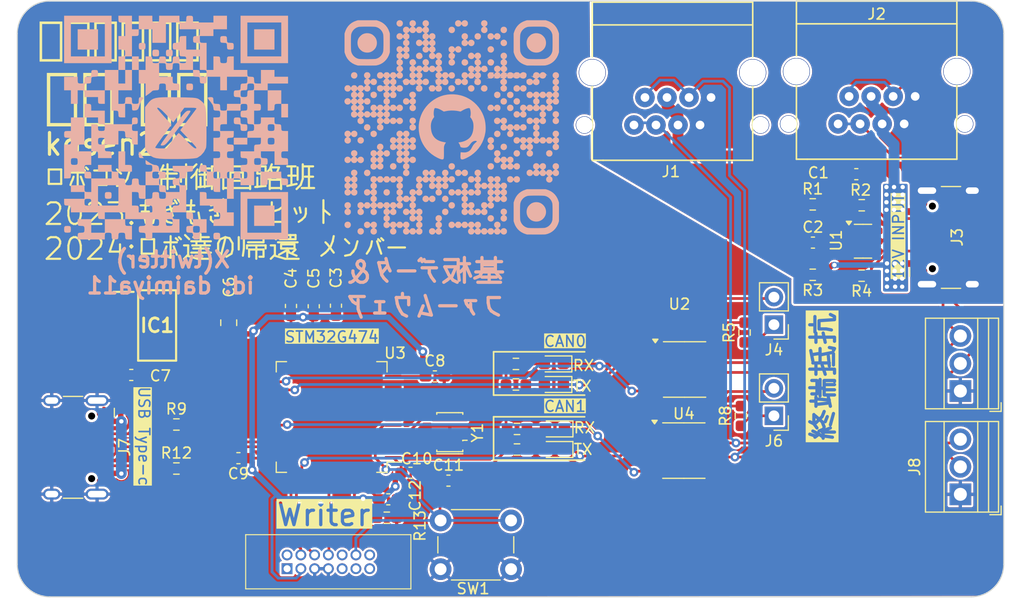
<source format=kicad_pcb>
(kicad_pcb (version 20240108) (generator "pcbnew") (generator_version "8.0")
  (layers (0 "F.Cu" signal) (31 "B.Cu" signal) (34 "B.Paste" user) (35 "F.Paste" user) (36 "B.SilkS" user "B.Silkscreen") (37 "F.SilkS" user "F.Silkscreen") (38 "B.Mask" user) (39 "F.Mask" user) (44 "Edge.Cuts" user))
  (net 0 "")
  (net 1 "NRST")
  (net 2 "GND")
  (net 3 "/MCU/USB_DP")
  (net 4 "+3.3V")
  (net 5 "/MCU/USB_DM")
  (net 6 "T_SWDIO")
  (net 7 "T_SWCLK")
  (net 8 "T_SWO")
  (net 9 "/CANFD/CANTX")
  (net 10 "+5V")
  (net 11 "/CANFD/CANRX")
  (net 12 "/CANFD1/CANTX")
  (net 13 "/CANFD1/CANRX")
  (net 14 "USART2_TX")
  (net 15 "GNDDETECT")
  (net 16 "USART2_RX")
  (net 17 "Net-(U1-VDD)")
  (net 20 "Net-(J3-CC2)")
  (net 24 "Net-(J3-CC1)")
  (net 26 "Net-(J4-Pin_1)")
  (net 29 "Net-(J7-CC1)")
  (net 30 "Net-(J7-CC2)")
  (net 35 "Net-(U1-CFG)")
  (net 36 "Net-(U3-PB8)")
  (net 42 "Net-(U3-PF1)")
  (net 63 "Net-(J6-Pin_1)")
  (net 64 "/CANFD/CANL")
  (net 65 "/CANFD/CANH")
  (net 66 "/CANFD1/CANL")
  (net 67 "/CANFD1/CANH")
  (net 68 "Net-(D1-A)")
  (net 69 "Net-(D2-A)")
  (net 70 "Net-(D3-A)")
  (net 71 "Net-(D4-A)")
  (net 72 "+12V")
  (net 77 "Net-(U3-PF0)")
  (net 85 "GND2")
  (footprint "Package_TO_SOT_SMD:SOT-23-6" (layer "F.Cu") (at 170.0175 84.17)
    (property "Reference" "U1")
    (property "Value" "CH221K")
  )
  (footprint "Capacitor_SMD:C_0805_2012Metric_Pad1.18x1.45mm_HandSolder" (layer "F.Cu") (at 111.506 91.694 90)
    (property "Reference" "C6")
    (property "Value" "10µF")
  )
  (footprint "Resistor_SMD:R_0603_1608Metric_Pad0.98x0.95mm_HandSolder" (layer "F.Cu") (at 106.68 101.092)
    (property "Reference" "R9")
    (property "Value" "5.1k")
  )
  (footprint "Capacitor_SMD:C_0603_1608Metric_Pad1.08x0.95mm_HandSolder" (layer "F.Cu") (at 102.5155 96.52)
    (property "Reference" "C7")
    (property "Value" "0.1μF")
  )
  (footprint "Resistor_SMD:R_0603_1608Metric_Pad0.98x0.95mm_HandSolder" (layer "F.Cu") (at 169.8875 87.35 180)
    (property "Reference" "R4")
    (property "Value" "5.1kΩ")
  )
  (footprint "LED_SMD:LED_0603_1608Metric_Pad1.05x0.95mm_HandSolder" (layer "F.Cu") (at 141.6 101.5 180)
    (property "Reference" "D3" (hide yes))
    (property "Value" "LED")
  )
  (footprint "Package_QFP:LQFP-64_10x10mm_P0.5mm" (layer "F.Cu") (at 121 100.4 180)
    (property "Reference" "U3")
    (property "Value" "STM32G474")
  )
  (footprint "Capacitor_SMD:C_0603_1608Metric_Pad1.08x0.95mm_HandSolder" (layer "F.Cu") (at 112.4 104.2 180)
    (property "Reference" "C9")
    (property "Value" "C")
  )
  (footprint "Connector_PinHeader_2.54mm:PinHeader_1x02_P2.54mm_Vertical" (layer "F.Cu") (at 161.8 91.875 180)
    (property "Reference" "J4")
    (property "Value" "Conn_01x02_Pin")
  )
  (footprint "LED_SMD:LED_0603_1608Metric_Pad1.05x0.95mm_HandSolder" (layer "F.Cu") (at 141.6 103.4 180)
    (property "Reference" "D4" (hide yes))
    (property "Value" "LED")
  )
  (footprint "Capacitor_SMD:C_0603_1608Metric_Pad1.08x0.95mm_HandSolder" (layer "F.Cu") (at 126.225 108)
    (property "Reference" "C12")
    (property "Value" "C")
  )
  (footprint "Capacitor_SMD:C_0603_1608Metric_Pad1.08x0.95mm_HandSolder" (layer "F.Cu") (at 117.25 90.15 90)
    (property "Reference" "C4")
    (property "Value" "C")
  )
  (footprint "Package_SO:SOIC-8_3.9x4.9mm_P1.27mm" (layer "F.Cu") (at 153.559 96.012)
    (property "Reference" "U2")
    (property "Value" "MCP2562-E-SN")
  )
  (footprint "Resistor_SMD:R_0603_1608Metric_Pad0.98x0.95mm_HandSolder" (layer "F.Cu") (at 169.9 80.85 180)
    (property "Reference" "R2")
    (property "Value" "5.1kΩ")
  )
  (footprint "Connector_USB:USB_C_Receptacle_HCTL_HC-TYPE-C-16P-01A" (layer "F.Cu") (at 96.255 103.2 -90)
    (property "Reference" "J7")
    (property "Value" "USB_C_Receptacle_USB2.0")
  )
  (footprint "Button_Switch_THT:SW_PUSH_6mm_H5mm" (layer "F.Cu") (at 137.55 114.45 180)
    (property "Reference" "SW1")
    (property "Value" "SW_Push")
  )
  (footprint "Resistor_SMD:R_0603_1608Metric_Pad0.98x0.95mm_HandSolder" (layer "F.Cu") (at 165.38 80.77)
    (property "Reference" "R1")
    (property "Value" "47kΩ")
  )
  (footprint "Connector_USB:USB_C_Receptacle_HCTL_HC-TYPE-C-16P-01A" (layer "F.Cu") (at 179.025 83.82 90)
    (property "Reference" "J3")
    (property "Value" "USB_C_Receptacle_USB2.0")
  )
  (footprint "Capacitor_SMD:C_0603_1608Metric_Pad1.08x0.95mm_HandSolder" (layer "F.Cu") (at 128.275 105.55)
    (property "Reference" "C10")
    (property "Value" "C")
  )
  (footprint "Resistor_SMD:R_0603_1608Metric_Pad0.98x0.95mm_HandSolder" (layer "F.Cu") (at 165.38 87.27 180)
    (property "Reference" "R3")
    (property "Value" "1kΩ")
  )
  (footprint "Capacitor_SMD:C_0603_1608Metric_Pad1.08x0.95mm_HandSolder" (layer "F.Cu") (at 169.4 77.98 180)
    (property "Reference" "C1")
    (property "Value" "0.1μF")
  )
  (footprint "Capacitor_SMD:C_0603_1608Metric_Pad1.08x0.95mm_HandSolder" (layer "F.Cu") (at 130.525 96.65)
    (property "Reference" "C8")
    (property "Value" "C")
  )
  (footprint "Resistor_SMD:R_0603_1608Metric_Pad0.98x0.95mm_HandSolder" (layer "F.Cu") (at 126.0875 109.7)
    (property "Reference" "R13")
    (property "Value" "10k")
  )
  (footprint "footprint:7810-8P8C" (layer "F.Cu") (at 152.444 70.9 180)
    (property "Reference" "J1")
    (property "Value" "RJ45")
  )
  (footprint "LED_SMD:LED_0603_1608Metric_Pad1.05x0.95mm_HandSolder" (layer "F.Cu") (at 141.5 95.5 180)
    (property "Reference" "D1" (hide yes))
    (property "Value" "LED")
  )
  (footprint "Capacitor_SMD:C_0603_1608Metric_Pad1.08x0.95mm_HandSolder" (layer "F.Cu") (at 131.775 106.275)
    (property "Reference" "C11")
    (property "Value" "C")
  )
  (footprint "footprint:7810-8P8C" (layer "F.Cu") (at 171.276 70.8 180)
    (property "Reference" "J2")
    (property "Value" "RJ45")
  )
  (footprint "Connector_PinHeader_2.54mm:PinHeader_1x02_P2.54mm_Vertical" (layer "F.Cu") (at 161.8 100.29 180)
    (property "Reference" "J6")
    (property "Value" "Conn_01x02_Pin")
  )
  (footprint "TerminalBlock:TerminalBlock_Xinya_XY308-2.54-3P_1x03_P2.54mm_Horizontal" (layer "F.Cu") (at 179 98 90)
    (property "Reference" "J5" (hide yes))
    (property "Value" "Screw_Terminal_01x03")
  )
  (footprint "Resistor_SMD:R_0603_1608Metric_Pad0.98x0.95mm_HandSolder" (layer "F.Cu") (at 138.1 101.5)
    (property "Reference" "R10" (hide yes))
    (property "Value" "1k")
  )
  (footprint "Crystal:Resonator_SMD_Murata_CSTxExxV-3Pin_3.0x1.1mm_HandSoldering" (layer "F.Cu") (at 131.9 101.8 90)
    (property "Reference" "Y1")
    (property "Value" "Crystal_GND2")
  )
  (footprint "LED_SMD:LED_0603_1608Metric_Pad1.05x0.95mm_HandSolder" (layer "F.Cu") (at 141.5 97.4 180)
    (property "Reference" "D2" (hide yes))
    (property "Value" "LED")
  )
  (footprint "Resistor_SMD:R_0603_1608Metric_Pad0.98x0.95mm_HandSolder" (layer "F.Cu") (at 138 97.4)
    (property "Reference" "R7" (hide yes))
    (property "Value" "1k")
  )
  (footprint "footprint:connector" (layer "F.Cu") (at 120.69 113.765)
    (property "Reference" "J9" (hide yes))
    (property "Value" "Conn_02x07_Odd_Even")
  )
  (footprint "Resistor_SMD:R_0603_1608Metric_Pad0.98x0.95mm_HandSolder" (layer "F.Cu") (at 138 95.5)
    (property "Reference" "R6" (hide yes))
    (property "Value" "1k")
  )
  (footprint "Capacitor_SMD:C_0603_1608Metric_Pad1.08x0.95mm_HandSolder" (layer "F.Cu") (at 165.4 84.3)
    (property "Reference" "C2")
    (property "Value" "1μF")
  )
  (footprint "Resistor_SMD:R_0603_1608Metric_Pad0.98x0.95mm_HandSolder" (layer "F.Cu") (at 106.68 105.156)
    (property "Reference" "R12")
    (property "Value" "5.1k")
  )
  (footprint "Capacitor_SMD:C_0603_1608Metric_Pad1.08x0.95mm_HandSolder" (layer "F.Cu") (at 121.4 90.125 90)
    (property "Reference" "C3")
    (property "Value" "C")
  )
  (footprint "TerminalBlock:TerminalBlock_Xinya_XY308-2.54-3P_1x03_P2.54mm_Horizontal" (layer "F.Cu") (at 179 107.54 90)
    (property "Reference" "J8")
    (property "Value" "Screw_Terminal_01x03")
  )
  (footprint "Package_SO:SOIC-8_3.9x4.9mm_P1.27mm" (layer "F.Cu") (at 153.49 103.5)
    (property "Reference" "U4")
    (property "Value" "MCP2562-E-SN")
  )
  (footprint "footprint:SOT230P700X180-4N" (layer "F.Cu") (at 104.902 91.948)
    (property "Reference" "IC1")
    (property "Value" "AZ1117CH-3.3TRG1" (hide yes))
  )
  (footprint "Resistor_SMD:R_0603_1608Metric_Pad0.98x0.95mm_HandSolder" (layer "F.Cu") (at 159.09 92.6 90)
    (property "Reference" "R5")
    (property "Value" "120Ω")
  )
  (footprint "Resistor_SMD:R_0603_1608Metric_Pad0.98x0.95mm_HandSolder" (layer "F.Cu") (at 158.75 100.3 90)
    (property "Reference" "R8")
    (property "Value" "120Ω")
  )
  (footprint "Resistor_SMD:R_0603_1608Metric_Pad0.98x0.95mm_HandSolder" (layer "F.Cu") (at 138.1 103.4)
    (property "Reference" "R11" (hide yes))
    (property "Value" "1k")
  )
  (footprint "Capacitor_SMD:C_0603_1608Metric_Pad1.08x0.95mm_HandSolder" (layer "F.Cu") (at 119.35 90.175 90)
    (property "Reference" "C5")
    (property "Value" "C")
  )
  (footprint "footprint:xqr" (layer "B.Cu") (at 106.605282 73.725 180)
    (property "Reference" "G***" (hide yes))
    (property "Value" "LOGO" (hide yes))
  )
  (footprint "footprint:gitqr" (layer "B.Cu") (at 132.08 73.66 180)
    (property "Reference" "G***" (hide yes))
    (property "Value" "LOGO" (hide yes))
  )
  (gr_line (start 135.94 94.38) (end 144.34 94.38) (stroke (width 0.15)) (layer "F.SilkS"))
  (gr_line (start 135.94 104.38) (end 135.94 100.38) (stroke (width 0.15)) (layer "F.SilkS"))
  (gr_line (start 144.34 104.38) (end 135.94 104.38) (stroke (width 0.15)) (layer "F.SilkS"))
  (gr_line (start 144.34 98.38) (end 135.94 98.38) (stroke (width 0.15)) (layer "F.SilkS"))
  (gr_line (start 135.94 98.38) (end 135.94 94.38) (stroke (width 0.15)) (layer "F.SilkS"))
  (gr_line (start 135.94 100.38) (end 144.34 100.38) (stroke (width 0.15)) (layer "F.SilkS"))
  (gr_arc (start 183 114) (mid 182.12132 116.12132) (end 180 117) (stroke (width 0.1)) (layer "Edge.Cuts"))
  (gr_arc (start 180 62) (mid 182.12132 62.87868) (end 183 65) (stroke (width 0.1)) (layer "Edge.Cuts"))
  (gr_line (start 183 65) (end 183 114) (stroke (width 0.1)) (layer "Edge.Cuts"))
  (gr_line (start 180 117) (end 95 117) (stroke (width 0.1)) (layer "Edge.Cuts"))
  (gr_line (start 95 62) (end 180 62) (stroke (width 0.1)) (layer "Edge.Cuts"))
  (gr_line (start 92 114) (end 92 65) (stroke (width 0.1)) (layer "Edge.Cuts"))
  (gr_arc (start 95 117) (mid 92.87868 116.12132) (end 92 114) (stroke (width 0.1)) (layer "Edge.Cuts"))
  (gr_arc (start 92 65) (mid 92.87868 62.87868) (end 95 62) (stroke (width 0.1)) (layer "Edge.Cuts"))
  (gr_text "X(twitter)" (at 111.8 86.75 -0) (layer "B.SilkS") (effects (font (size 1.5 1.5) (thickness 0.3) (bold yes)) (justify left bottom mirror)))
  (gr_text "基板データ&\nファームウェア" (at 137.16 91.44 0) (layer "B.SilkS") (effects (font (size 2 2) (thickness 0.3) (bold yes)) (justify left bottom mirror)))
  (gr_text "id: daimiya11\n" (at 114.05 89.15 0) (layer "B.SilkS") (effects (font (size 1.5 1.5) (thickness 0.3) (bold yes)) (justify left bottom mirror)))
  (gr_text "CAN1" (at 140.5 100 0) (layer "F.SilkS" knockout) (effects (font (size 1 1)) (justify left bottom)))
  (gr_text "RX" (at 143.16 96.235 0) (layer "F.SilkS") (effects (font (size 1 1)) (justify left bottom)))
  (gr_text "CAN0\n" (at 140.5 94 0) (layer "F.SilkS" knockout) (effects (font (size 1 1)) (justify left bottom)))
  (gr_text "USB Type-c\n" (at 103.1 97.5 270) (layer "F.SilkS" knockout) (effects (font (size 1 1)) (justify left bottom)))
  (gr_text "12V INPUT\n" (at 173.88 87.77 90) (layer "F.SilkS" knockout) (effects (font (size 1 1)) (justify left bottom)))
  (gr_text "Writer" (at 115.8 110.6 0) (layer "F.SilkS" knockout) (effects (font (size 2 2) (thickness 0.3)) (justify left bottom)))
  (gr_text "TX" (at 143.16 98.135 0) (layer "F.SilkS") (effects (font (size 1 1)) (justify left bottom)))
  (gr_text "ロボコン　制御回路班\n2023:もぎもぎ　 ピット\n2024:ロボ達の帰還 メンバー" (at 94.3 86.05 0) (layer "F.SilkS") (effects (font (size 2 2) (thickness 0.2)) (justify left bottom)))
  (gr_text "TX" (at 143.24 103.98 0) (layer "F.SilkS") (effects (font (size 1 1)) (justify left bottom)))
  (gr_text "終端抵抗\n" (at 167.65 102.75 90) (layer "F.SilkS" knockout) (effects (font (size 2 2) (thickness 0.3)) (justify left bottom)))
  (gr_text "サレジオ高専" (at 93.85 67.35 0) (layer "F.SilkS") (effects (font (size 3 3) (thickness 0.3) (bold yes)) (justify left bottom)))
  (gr_text "kosen22s\n" (at 94.3 76.4 0) (layer "F.SilkS") (effects (font (size 2 2) (thickness 0.3) (bold yes)) (justify left bottom)))
  (gr_text "RX" (at 143.24 101.98 0) (layer "F.SilkS") (effects (font (size 1 1)) (justify left bottom)))
  (gr_text "三宅 大智" (at 94.45 73.25 0) (layer "F.SilkS") (effects (font (size 4 4) (thickness 0.3) (bold yes)) (justify left bottom)))
  (segment (start 125.8 101.15) (end 126.675 101.15) (width 0.25) (layer "F.Cu") (net 1))
  (segment (start 125.025 104.175) (end 126 105.15) (width 0.25) (layer "F.Cu") (net 1))
  (segment (start 130.9125 106.65) (end 130.9375 106.675) (width 0.25) (layer "F.Cu") (net 1))
  (segment (start 125.025 101.925) (end 125.8 101.15) (width 0.25) (layer "F.Cu") (net 1))
  (segment (start 126 105.15) (end 126 105.25) (width 0.25) (layer "F.Cu") (net 1))
  (segment (start 131 109) (end 131 106.3625) (width 0.25) (layer "F.Cu") (net 1))
  (segment (start 126.1 105.25) (end 126 105.15) (width 0.25) (layer "F.Cu") (net 1))
  (segment (start 131 106.3625) (end 130.9125 106.275) (width 0.25) (layer "F.Cu") (net 1))
  (segment (start 130.9125 106.275) (end 130.9125 106.65) (width 0.25) (layer "F.Cu") (net 1))
  (segment (start 126 105.25) (end 126.1 105.25) (width 0.25) (layer "F.Cu") (net 1))
  (segment (start 125.025 101.925) (end 125.025 104.175) (width 0.25) (layer "F.Cu") (net 1))
  (via (at 126 105.25) (size 0.8) (drill 0.4) (layers "F.Cu" "B.Cu") (net 1))
  (segment (start 127.45 105.25) (end 129.15 106.95) (width 0.25) (layer "B.Cu") (net 1))
  (segment (start 137.55 109.95) (end 131.05 109.95) (width 0.25) (layer "B.Cu") (net 1))
  (segment (start 129.15 106.95) (end 129.15 108.05) (width 0.25) (layer "B.Cu") (net 1))
  (segment (start 123.23 111.57) (end 123.23 113.13) (width 0.25) (layer "B.Cu") (net 1))
  (segment (start 129.15 108.05) (end 131.05 109.95) (width 0.25) (layer "B.Cu") (net 1))
  (segment (start 131.05 109.95) (end 124.85 109.95) (width 0.25) (layer "B.Cu") (net 1))
  (segment (start 126 105.25) (end 127.45 105.25) (width 0.25) (layer "B.Cu") (net 1))
  (segment (start 124.85 109.95) (end 123.23 111.57) (width 0.25) (layer "B.Cu") (net 1))
  (segment (start 100 106.4) (end 100.6 106.4) (width 0.5) (layer "F.Cu") (net 2))
  (segment (start 100.6 106.4) (end 101.3 107.1) (width 0.5) (layer "F.Cu") (net 2))
  (segment (start 101.1 103.7) (end 101.1 103.15) (width 0.25) (layer "F.Cu") (net 3))
  (segment (start 100 103.95) (end 100.85 103.95) (width 0.25) (layer "F.Cu") (net 3))
  (segment (start 101.1 103.15) (end 100.9 102.95) (width 0.25) (layer "F.Cu") (net 3))
  (segment (start 100 102.95) (end 100.9 102.95) (width 0.25) (layer "F.Cu") (net 3))
  (segment (start 100.85 103.95) (end 101.1 103.7) (width 0.25) (layer "F.Cu") (net 3))
  (segment (start 115.325 103.15) (end 101.1 103.15) (width 0.25) (layer "F.Cu") (net 3))
  (segment (start 117.4235 91.186) (end 117.25 91.0125) (width 0.5) (layer "F.Cu") (net 4))
  (segment (start 127.75 105.55) (end 127.4125 105.55) (width 0.5) (layer "F.Cu") (net 4))
  (segment (start 101.802 91.948) (end 108.002 91.948) (width 0.25) (layer "F.Cu") (net 4))
  (segment (start 125.3125 107.95) (end 125.3625 108) (width 0.5) (layer "F.Cu") (net 4))
  (segment (start 156.034 97.917) (end 154.773 97.917) (width 0.25) (layer "F.Cu") (net 4))
  (segment (start 119.25 91.1375) (end 119.35 91.0375) (width 0.25) (layer "F.Cu") (net 4))
  (segment (start 129.413 94.361) (end 129.413 96.4005) (width 0.5) (layer "F.Cu") (net 4))
  (segment (start 111.506 92.7315) (end 113.5165 92.7315) (width 0.5) (layer "F.Cu") (net 4))
  (segment (start 135.5 104.75) (end 135.8375 104.75) (width 0.25) (layer "F.Cu") (net 4))
  (segment (start 126.873 106.807) (end 126.873 106.0895) (width 0.5) (layer "F.Cu") (net 4))
  (segment (start 127.4125 104.8875) (end 126.675 104.15) (width 0.25) (layer "F.Cu") (net 4))
  (segment (start 119.2015 91.186) (end 119.35 91.0375) (width 0.5) (layer "F.Cu") (net 4))
  (segment (start 154.49 105.4) (end 154.49 105.5) (width 0.25) (layer "F.Cu") (net 4))
  (segment (start 126.675 96.65) (end 129.6625 96.65) (width 0.25) (layer "F.Cu") (net 4))
  (segment (start 113.2625 104.2) (end 115.275 104.2) (width 0.25) (layer "F.Cu") (net 4))
  (segment (start 154.773 97.917) (end 153.315 99.375) (width 0.25) (layer "F.Cu") (net 4))
  (segment (start 119.4 90.9875) (end 119.35 91.0375) (width 0.25) (layer "F.Cu") (net 4))
  (segment (start 115.275 104.2) (end 115.325 104.15) (width 0.25) (layer "F.Cu") (net 4))
  (segment (start 111.4845 92.71) (end 111.506 92.7315) (width 0.5) (layer "F.Cu") (net 4))
  (segment (start 124.75 107.3875) (end 125.3625 108) (width 0.25) (layer "F.Cu") (net 4))
  (segment (start 142.74 104.75) (end 135.5 104.75) (width 0.25) (layer "F.Cu") (net 4))
  (segment (start 145.39 107.4) (end 142.74 104.75) (width 0.25) (layer "F.Cu") (net 4))
  (segment (start 121.4 90.9875) (end 119.4 90.9875) (width 0.25) (layer "F.Cu") (net 4))
  (segment (start 153.29 104.2) (end 154.49 105.4) (width 0.25) (layer "F.Cu") (net 4))
  (segment (start 153.315 103.888173) (end 153.29 103.913173) (width 0.25) (layer "F.Cu") (net 4))
  (segment (start 127.4125 105.55) (end 127.4125 104.8875) (width 0.25) (layer "F.Cu") (net 4))
  (segment (start 137.1875 101.3125) (end 137.0875 101.2125) (width 0.25) (layer "F.Cu") (net 4))
  (segment (start 152.59 107.4) (end 145.39 107.4) (width 0.25) (layer "F.Cu") (net 4))
  (segment (start 118.364 91.186) (end 119.2015 91.186) (width 0.5) (layer "F.Cu") (net 4))
  (segment (start 153.315 99.375) (end 153.315 103.888173) (width 0.25) (layer "F.Cu") (net 4))
  (segment (start 137.1875 101.5) (end 137.1875 101.3125) (width 0.25) (layer "F.Cu") (net 4))
  (segment (start 135.5 104.75) (end 128.2125 104.75) (width 0.25) (layer "F.Cu") (net 4))
  (segment (start 155.96 105.4) (end 155.965 105.405) (width 0.25) (layer "F.Cu") (net 4))
  (segment (start 119.25 94.725) (end 119.25 91.1375) (width 0.25) (layer "F.Cu") (net 4))
  (segment (start 137.1875 103.4) (end 137.1875 101.5) (width 0.25) (layer "F.Cu") (net 4))
  (segment (start 123.9 107.95) (end 125.3125 107.95) (width 0.5) (layer "F.Cu") (net 4))
  (segment (start 118.75 94.725) (end 119.25 94.725) (width 0.25) (layer "F.Cu") (net 4))
  (segment (start 154.49 105.5) (end 152.59 107.4) (width 0.25) (layer "F.Cu") (net 4))
  (segment (start 128.2125 104.75) (end 127.4125 105.55) (width 0.25) (layer "F.Cu") (net 4))
  (segment (start 113.5165 92.7315) (end 113.792 92.456) (width 0.5) (layer "F.Cu") (net 4))
  (segment (start 135.8375 104.75) (end 137.1875 103.4) (width 0.25) (layer "F.Cu") (net 4))
  (segment (start 124.75 106.075) (end 124.75 107.3875) (width 0.25) (layer "F.Cu") (net 4))
  (segment (start 113.665 104.6025) (end 113.2625 104.2) (width 0.5) (layer "F.Cu") (net 4))
  (segment (start 137.0875 95.5) (end 137.0875 97.4) (width 0.25) (layer "F.Cu") (net 4))
  (segment (start 111.506 92.7315) (end 110.744 92.7315) (width 0.5) (layer "F.Cu") (net 4))
  (segment (start 126.873 106.0895) (end 127.4125 105.55) (width 0.5) (layer "F.Cu") (net 4))
  (segment (start 118.364 91.186) (end 117.4235 91.186) (width 0.5) (layer "F.Cu") (net 4))
  (segment (start 129.413 96.4005) (end 129.6625 96.65) (width 0.5) (layer "F.Cu") (net 4))
  (segment (start 117.25 91.0125) (end 117.25 94.725) (width 0.25) (layer "F.Cu") (net 4))
  (segment (start 137.0875 101.2125) (end 137.0875 97.4) (width 0.25) (layer "F.Cu") (net 4))
  (segment (start 107.748 92.71) (end 111.4845 92.71) (width 0.5) (layer "F.Cu") (net 4))
  (segment (start 154.49 105.4) (end 155.96 105.4) (width 0.25) (layer "F.Cu") (net 4))
  (segment (start 113.665 105.283) (end 113.665 104.6025) (width 0.5) (layer "F.Cu") (net 4))
  (segment (start 153.29 103.913173) (end 153.29 104.2) (width 0.25) (layer "F.Cu") (net 4))
  (via (at 113.792 92.456) (size 0.8) (drill 0.4) (layers "F.Cu" "B.Cu") (net 4))
  (via (at 126.873 106.807) (size 0.8) (drill 0.4) (layers "F.Cu" "B.Cu") (net 4))
  (via (at 123.9 107.95) (size 0.8) (drill 0.4) (layers "F.Cu" "B.Cu") (net 4))
  (via (at 129.413 94.361) (size 0.8) (drill 0.4) (layers "F.Cu" "B.Cu") (net 4))
  (via (at 113.665 105.283) (size 0.8) (drill 0.4) (layers "F.Cu" "B.Cu") (net 4))
  (via (at 118.364 91.186) (size 0.8) (drill 0.4) (layers "F.Cu" "B.Cu") (net 4))
  (segment (start 123.9 107.95) (end 125.73 107.95) (width 0.5) (layer "B.Cu") (net 4))
  (segment (start 116.075 115.275) (end 115.5 114.7) (width 0.25) (layer "B.Cu") (net 4))
  (segment (start 118.15 114.4) (end 118.15 114.85) (width 0.25) (layer "B.Cu") (net 4))
  (segment (start 117.725 115.275) (end 116.075 115.275) (width 0.25) (layer "B.Cu") (net 4))
  (segment (start 126.238 91.186) (end 129.413 94.361) (width 0.5) (layer "B.Cu") (net 4))
  (segment (start 116.332 107.95) (end 115.941 107.559) (width 0.5) (layer "B.Cu") (net 4))
  (segment (start 115.941 107.559) (end 113.665 105.283) (width 0.5) (layer "B.Cu") (net 4))
  (segment (start 115.5 114.7) (end 115.5 108) (width 0.25) (layer "B.Cu") (net 4))
  (segment (start 115.062 91.186) (end 118.364 91.186) (width 0.5) (layer "B.Cu") (net 4))
  (segment (start 113.665 105.283) (end 113.665 92.583) (width 0.5) (layer "B.Cu") (net 4))
  (segment (start 118.364 91.186) (end 126.238 91.186) (width 0.5) (layer "B.Cu") (net 4))
  (segment (start 113.792 92.456) (end 115.062 91.186) (width 0.5) (layer "B.Cu") (net 4))
  (segment (start 125.73 107.95) (end 126.873 106.807) (width 0.5) (layer "B.Cu") (net 4))
  (segment (start 113.665 92.583) (end 113.792 92.456) (width 0.5) (layer "B.Cu") (net 4))
  (segment (start 123.9 107.95) (end 116.332 107.95) (width 0.5) (layer "B.Cu") (net 4))
  (segment (start 115.5 108) (end 115.941 107.559) (width 0.25) (layer "B.Cu") (net 4))
  (segment (start 118.15 114.85) (end 117.725 115.275) (width 0.25) (layer "B.Cu") (net 4))
  (segment (start 129.413 94.361) (end 129.54 94.488) (width 0.5) (layer "B.Cu") (net 4))
  (segment (start 98.7 103.3) (end 98.7 102.65) (width 0.25) (layer "F.Cu") (net 5))
  (segment (start 115.325 102.65) (end 114.482236 102.65) (width 0.25) (layer "F.Cu") (net 5))
  (segment (start 114.482236 102.65) (end 114.432236 102.7) (width 0.25) (layer "F.Cu") (net 5))
  (segment (start 98.7 102.65) (end 98.9 102.45) (width 0.25) (layer "F.Cu") (net 5))
  (segment (start 101.036396 102.45) (end 100 102.45) (width 0.25) (layer "F.Cu") (net 5))
  (segment (start 114.432236 102.7) (end 101.286396 102.7) (width 0.25) (layer "F.Cu") (net 5))
  (segment (start 100 103.45) (end 98.85 103.45) (width 0.25) (layer "F.Cu") (net 5))
  (segment (start 98.85 103.45) (end 98.7 103.3) (width 0.25) (layer "F.Cu") (net 5))
  (segment (start 101.286396 102.7) (end 101.036396 102.45) (width 0.25) (layer "F.Cu") (net 5))
  (segment (start 98.9 102.45) (end 100 102.45) (width 0.25) (layer "F.Cu") (net 5))
  (segment (start 118.15 112.55) (end 117.25 111.65) (width 0.25) (layer "F.Cu") (net 6))
  (segment (start 117.25 111.65) (end 117.25 106.075) (width 0.25) (layer "F.Cu") (net 6))
  (segment (start 118.15 113.13) (end 118.15 112.55) (width 0.25) (layer "F.Cu") (net 6))
  (segment (start 117.75 106.075) (end 117.75 111.46) (width 0.25) (layer "F.Cu") (net 7))
  (segment (start 117.75 111.46) (end 119.42 113.13) (width 0.25) (layer "F.Cu") (net 7))
  (segment (start 120.75 106.075) (end 120.75 113.07) (width 0.25) (layer "F.Cu") (net 8))
  (segment (start 120.75 113.07) (end 120.69 113.13) (width 0.25) (layer "F.Cu") (net 8))
  (segment (start 116.574695 97.9) (end 117.6 97.9) (width 0.25) (layer "F.Cu") (net 9))
  (segment (start 142.375 97.4) (end 143.8 97.4) (width 0.25) (layer "F.Cu") (net 9))
  (segment (start 149 94) (end 145.55 97.45) (width 0.25) (layer "F.Cu") (net 9))
  (segment (start 145.55 97.45) (end 143.85 97.45) (width 0.25) (layer "F.Cu") (net 9))
  (segment (start 115.325 97.65) (end 116.324695 97.65) (width 0.25) (layer "F.Cu") (net 9))
  (segment (start 151.084 94.107) (end 150.977 94) (width 0.25) (layer "F.Cu") (net 9))
  (segment (start 150.977 94) (end 149 94) (width 0.25) (layer "F.Cu") (net 9))
  (segment (start 116.324695 97.65) (end 116.574695 97.9) (width 0.25) (layer "F.Cu") (net 9))
  (segment (start 143.8 97.4) (end 143.85 97.45) (width 0.25) (layer "F.Cu") (net 9))
  (via (at 117.6 97.9) (size 0.8) (drill 0.4) (layers "F.Cu" "B.Cu") (net 9))
  (via (at 143.85 97.45) (size 0.8) (drill 0.4) (layers "F.Cu" "B.Cu") (net 9))
  (segment (start 143.75 97.35) (end 143.85 97.45) (width 0.25) (layer "B.Cu") (net 9))
  (segment (start 117.6 97.9) (end 118.1 97.4) (width 0.25) (layer "B.Cu") (net 9))
  (segment (start 118.1 97.4) (end 143.8 97.4) (width 0.25) (layer "B.Cu") (net 9))
  (segment (start 143.8 97.4) (end 143.85 97.45) (width 0.25) (layer "B.Cu") (net 9))
  (segment (start 101.6 100.8) (end 101.8 100.8) (width 0.25) (layer "F.Cu") (net 10))
  (segment (start 101.548 100.748) (end 101.6 100.8) (width 0.5) (layer "F.Cu") (net 10))
  (segment (start 99.1 95.65) (end 101.548 98.098) (width 0.5) (layer "F.Cu") (net 10))
  (segment (start 152.74 97.165999) (end 153.49 96.415999) (width 0.5) (layer "F.Cu") (net 10))
  (segment (start 153.49 93.5) (end 149.79 89.8) (width 0.5) (layer "F.Cu") (net 10))
  (segment (start 152.74 103.65) (end 152.74 97.165999) (width 0.5) (layer "F.Cu") (net 10))
  (segment (start 151.084 96.647) (end 153.258999 96.647) (width 0.5) (layer "F.Cu") (net 10))
  (segment (start 99.1 88.7) (end 99.1 95.65) (width 0.5) (layer "F.Cu") (net 10))
  (segment (start 101.802 94.248) (end 101.548 94.502) (width 0.5) (layer "F.Cu") (net 10))
  (segment (start 101.548 94.502) (end 101.548 98.6) (width 0.5) (layer "F.Cu") (net 10))
  (segment (start 101.6 105.627) (end 101.573 105.6) (width 0.25) (layer "F.Cu") (net 10))
  (segment (start 101.548 98.098) (end 101.548 98.6) (width 0.5) (layer "F.Cu") (net 10))
  (segment (start 100 100.8) (end 101.6 100.8) (width 0.5) (layer "F.Cu") (net 10))
  (segment (start 126.9 87) (end 100.8 87) (width 0.5) (layer "F.Cu") (net 10))
  (segment (start 153.258999 96.647) (end 153.49 96.415999) (width 0.5) (layer "F.Cu") (net 10))
  (segment (start 101.548 98.6) (end 101.548 100.748) (width 0.5) (layer "F.Cu") (net 10))
  (segment (start 153.49 96.415999) (end 153.49 93.5) (width 0.5) (layer "F.Cu") (net 10))
  (segment (start 101.573 105.6) (end 100 105.6) (width 0.5) (layer "F.Cu") (net 10))
  (segment (start 149.79 89.8) (end 129.7 89.8) (width 0.5) (layer "F.Cu") (net 10))
  (segment (start 151.015 104.135) (end 152.255 104.135) (width 0.5) (layer "F.Cu") (net 10))
  (segment (start 129.7 89.8) (end 126.9 87) (width 0.5) (layer "F.Cu") (net 10))
  (segment (start 100.8 87) (end 99.1 88.7) (width 0.5) (layer "F.Cu") (net 10))
  (segment (start 152.255 104.135) (end 152.74 103.65) (width 0.5) (layer "F.Cu") (net 10))
  (via (at 101.6 100.8) (size 0.8) (drill 0.4) (layers "F.Cu" "B.Cu") (net 10))
  (via (at 101.6 105.627) (size 0.8) (drill 0.4) (layers "F.Cu" "B.Cu") (net 10))
  (segment (start 101.6 105.627) (end 101.6 100.8) (width 1) (layer "B.Cu") (net 10))
  (segment (start 145.5 95.5) (end 142.375 95.5) (width 0.25) (layer "F.Cu") (net 11))
  (segment (start 145.7 95.7) (end 145.5 95.5) (width 0.25) (layer "F.Cu") (net 11))
  (segment (start 115.325 97.15) (end 116.75 97.15) (width 0.25) (layer "F.Cu") (net 11))
  (segment (start 116.75 97.15) (end 116.8 97.1) (width 0.25) (layer "F.Cu") (net 11))
  (segment (start 148.69 98) (end 151.001 98) (width 0.25) (layer "F.Cu") (net 11))
  (segment (start 151.001 98) (end 151.084 97.917) (width 0.25) (layer "F.Cu") (net 11))
  (via (at 145.7 95.7) (size 0.8) (drill 0.4) (layers "F.Cu" "B.Cu") (net 11))
  (via (at 116.8 97.1) (size 0.8) (drill 0.4) (layers "F.Cu" "B.Cu") (net 11))
  (via (at 148.69 98) (size 0.8) (drill 0.4) (layers "F.Cu" "B.Cu") (net 11))
  (segment (start 138.9 96.8) (end 117.1 96.8) (width 0.25) (layer "B.Cu") (net 11))
  (segment (start 148.69 98) (end 146.39 95.7) (width 0.25) (layer "B.Cu") (net 11))
  (segment (start 146.39 95.7) (end 145.7 95.7) (width 0.25) (layer "B.Cu") (net 11))
  (segment (start 140 95.7) (end 138.9 96.8) (width 0.25) (layer "B.Cu") (net 11))
  (segment (start 117.1 96.8) (end 116.8 97.1) (width 0.25) (layer "B.Cu") (net 11))
  (segment (start 145.7 95.7) (end 140 95.7) (width 0.25) (layer "B.Cu") (net 11))
  (segment (start 143.3 103.4) (end 143.9 104) (width 0.25) (layer "F.Cu") (net 12))
  (segment (start 118.25 104.85) (end 118.5 104.6) (width 0.25) (layer "F.Cu") (net 12))
  (segment (start 150.040001 101.595) (end 151.015 101.595) (width 0.25) (layer "F.Cu") (net 12))
  (segment (start 143.9 104) (end 147.635001 104) (width 0.25) (layer "F.Cu") (net 12))
  (segment (start 147.635001 104) (end 150.040001 101.595) (width 0.25) (layer "F.Cu") (net 12))
  (segment (start 118.25 106.075) (end 118.25 104.85) (width 0.25) (layer "F.Cu") (net 12))
  (segment (start 142.475 103.4) (end 143.3 103.4) (width 0.25) (layer "F.Cu") (net 12))
  (segment (start 143.9 104) (end 143.945001 104.045001) (width 0.25) (layer "F.Cu") (net 12))
  (via (at 118.5 104.6) (size 0.8) (drill 0.4) (layers "F.Cu" "B.Cu") (net 12))
  (via (at 143.9 104) (size 0.8) (drill 0.4) (layers "F.Cu" "B.Cu") (net 12))
  (segment (start 143.9 104) (end 143.7 104.2) (width 0.25) (layer "B.Cu") (net 12))
  (segment (start 143.7 104.2) (end 118.9 104.2) (width 0.25) (layer "B.Cu") (net 12))
  (segment (start 118.9 104.2) (end 118.5 104.6) (width 0.25) (layer "B.Cu") (net 12))
  (segment (start 144.8 101.5) (end 145.4 102.1) (width 0.25) (layer "F.Cu") (net 13))
  (segment (start 116.85 101.15) (end 116.9 101.1) (width 0.25) (layer "F.Cu") (net 13))
  (segment (start 115.325 101.15) (end 116.85 101.15) (width 0.25) (layer "F.Cu") (net 13))
  (segment (start 151.015 105.405) (end 148.985 105.405) (width 0.25) (layer "F.Cu") (net 13))
  (segment (start 148.985 105.405) (end 148.89 105.5) (width 0.25) (layer "F.Cu") (net 13))
  (segment (start 142.475 101.5) (end 144.8 101.5) (width 0.25) (layer "F.Cu") (net 13))
  (via (at 148.89 105.5) (size 0.8) (drill 0.4) (layers "F.Cu" "B.Cu") (net 13))
  (via (at 116.9 101.1) (size 0.8) (drill 0.4) (layers "F.Cu" "B.Cu") (net 13))
  (via (at 145.545 102.155) (size 0.8) (drill 0.4) (layers "F.Cu" "B.Cu") (net 13))
  (segment (start 116.9 101.1) (end 144.49 101.1) (width 0.25) (layer "B.Cu") (net 13))
  (segment (start 144.49 101.1) (end 145.545 102.155) (width 0.25) (layer "B.Cu") (net 13))
  (segment (start 145.545 102.155) (end 148.89 105.5) (width 0.25) (layer "B.Cu") (net 13))
  (segment (start 164.38 81.27) (end 164.561802 81.088198) (width 0.25) (layer "F.Cu") (net 17))
  (segment (start 164.38 87.27) (end 164.38 81.27) (width 0.25) (layer "F.Cu") (net 17))
  (segment (start 165.8925 83.22) (end 168.605 83.22) (width 0.25) (layer "F.Cu") (net 17))
  (segment (start 164.8425 84.27) (end 165.8925 83.22) (width 0.25) (layer "F.Cu") (net 17))
  (segment (start 172.1025 82.08) (end 170.7925 80.77) (width 0.25) (layer "F.Cu") (net 20))
  (segment (start 175.285 82.08) (end 172.1025 82.08) (width 0.25) (layer "F.Cu") (net 20))
  (segment (start 171.79 84.17) (end 173.88 82.08) (width 0.25) (layer "F.Cu") (net 20))
  (segment (start 170.98 84.17) (end 171.79 84.17) (width 0.25) (layer "F.Cu") (net 20))
  (segment (start 170.7925 86.6675) (end 172.38 85.08) (width 0.25) (layer "F.Cu") (net 24))
  (segment (start 171.155 85.12) (end 171.195 85.08) (width 0.25) (layer "F.Cu") (net 24))
  (segment (start 171.195 85.08) (end 175.285 85.08) (width 0.25) (layer "F.Cu") (net 24))
  (segment (start 171.0175 85.12) (end 171.0575 85.08) (width 0.25) (layer "F.Cu") (net 24))
  (segment (start 170.7925 87.27) (end 170.7925 86.6675) (width 0.25) (layer "F.Cu") (net 24))
  (segment (start 160.1625 93.5125) (end 159.09 93.5125) (width 0.25) (layer "F.Cu") (net 26))
  (segment (start 161.8 91.875) (end 160.1625 93.5125) (width 0.25) (layer "F.Cu") (net 26))
  (segment (start 100 101.95) (end 102.25 101.95) (width 0.25) (layer "F.Cu") (net 29))
  (segment (start 103.108 101.092) (end 105.7675 101.092) (width 0.25) (layer "F.Cu") (net 29))
  (segment (start 102.25 101.95) (end 103.108 101.092) (width 0.25) (layer "F.Cu") (net 29))
  (segment (start 105.7675 105.156) (end 105.5135 104.902) (width 0.25) (layer "F.Cu") (net 30))
  (segment (start 100.717764 104.95) (end 100 104.95) (width 0.25) (layer "F.Cu") (net 30))
  (segment (start 105.5135 104.902) (end 100.765764 104.902) (width 0.25) (layer "F.Cu") (net 30))
  (segment (start 100.765764 104.902) (end 100.717764 104.95) (width 0.25) (layer "F.Cu") (net 30))
  (segment (start 167.7925 82.27) (end 169.93 82.27) (width 0.25) (layer "F.Cu") (net 35))
  (segment (start 166.2925 80.77) (end 167.7925 82.27) (width 0.25) (layer "F.Cu") (net 35))
  (segment (start 169.93 82.27) (end 170.88 83.22) (width 0.25) (layer "F.Cu") (net 35))
  (segment (start 123.25 106.075) (end 123.25 107.35) (width 0.25) (layer "F.Cu") (net 36))
  (segment (start 123.1 107.5) (end 123.1 108.8) (width 0.25) (layer "F.Cu") (net 36))
  (segment (start 123.1 108.8) (end 124 109.7) (width 0.25) (layer "F.Cu") (net 36))
  (segment (start 123.25 107.35) (end 123.1 107.5) (width 0.25) (layer "F.Cu") (net 36))
  (segment (start 124 109.7) (end 125.175 109.7) (width 0.25) (layer "F.Cu") (net 36))
  (segment (start 126.675 101.65) (end 128.25 101.65) (width 0.25) (layer "F.Cu") (net 42))
  (segment (start 129.3 100.6) (end 131.9 100.6) (width 0.25) (layer "F.Cu") (net 42))
  (segment (start 128.25 101.65) (end 129.3 100.6) (width 0.25) (layer "F.Cu") (net 42))
  (segment (start 162.3 100.29) (end 159.6725 100.29) (width 0.25) (layer "F.Cu") (net 63))
  (segment (start 159.6725 100.29) (end 158.75 101.2125) (width 0.25) (layer "F.Cu") (net 63))
  (segment (start 156.53 89.46) (end 161.675 89.46) (width 0.25) (layer "F.Cu") (net 64))
  (segment (start 177.9 71.3) (end 177.9 89.3) (width 0.25) (layer "F.Cu") (net 64))
  (segment (start 180.5 91.9) (end 180.5 93.96) (width 0.25) (layer "F.Cu") (net 64))
  (segment (start 155.537 96.647) (end 154.19 95.3) (width 0.25) (layer "F.Cu") (net 64))
  (segment (start 172.8 70.7) (end 174.3 69.2) (width 0.25) (layer "F.Cu") (net 64))
  (segment (start 154.19 95.3) (end 154.19 91.8) (width 0.25) (layer "F.Cu") (net 64))
  (segment (start 178.175 96.285) (end 156.396 96.285) (width 0.25) (layer "F.Cu") (net 64))
  (segment (start 156.396 96.285) (end 156.034 96.647) (width 0.25) (layer "F.Cu") (net 64))
  (segment (start 175.8 69.2) (end 177.9 71.3) (width 0.25) (layer "F.Cu") (net 64))
  (segment (start 154.19 91.8) (end 156.53 89.46) (width 0.25) (layer "F.Cu") (net 64))
  (segment (start 180.5 93.96) (end 179 95.46) (width 0.25) (layer "F.Cu") (net 64))
  (segment (start 179 95.46) (end 178.175 96.285) (width 0.25) (layer "F.Cu") (net 64))
  (segment (start 174.3 69.2) (end 175.8 69.2) (width 0.25) (layer "F.Cu") (net 64))
  (segment (start 172.8 70.8) (end 172.8 70.7) (width 0.25) (layer "F.Cu") (net 64))
  (segment (start 156.034 96.647) (end 155.537 96.647) (width 0.25) (layer "F.Cu") (net 64))
  (segment (start 161.675 89.46) (end 161.8 89.335) (width 0.25) (layer "F.Cu") (net 64))
  (segment (start 177.9 89.3) (end 180.5 91.9) (width 0.25) (layer "F.Cu") (net 64))
  (segment (start 172.8 70.3) (end 172.8 70.8) (width 0.25) (layer "B.Cu") (net 64))
  (segment (start 168.736 70.164) (end 169.4 69.5) (width 0.25) (layer "B.Cu") (net 64))
  (segment (start 172 69.5) (end 172.8 70.3) (width 0.25) (layer "B.Cu") (net 64))
  (segment (start 169.4 69.5) (end 172 69.5) (width 0.25) (layer "B.Cu") (net 64))
  (segment (start 168.736 70.8) (end 168.736 70.164) (width 0.25) (layer "B.Cu") (net 64))
  (segment (start 177.375 78.675) (end 177.4 78.65) (width 0.25) (layer "F.Cu") (net 65))
  (segment (start 177.4 91.32) (end 179 92.92) (width 0.25) (layer "F.Cu") (net 65))
  (segment (start 176.543 95.377) (end 179 92.92) (width 0.25) (layer "F.Cu") (net 65))
  (segment (start 156.034 95.377) (end 155.653092 95.377) (width 0.25) (layer "F.Cu") (net 65))
  (segment (start 175.2 76.5) (end 177.375 78.675) (width 0.25) (layer "F.Cu") (net 65))
  (segment (start 155.653092 95.377) (end 154.64 94.363908) (width 0.25) (layer "F.Cu") (net 65))
  (segment (start 155.6025 91.6875) (end 159.09 91.6875) (width 0.25) (layer "F.Cu") (net 65))
  (segment (start 156.034 95.377) (end 171 95.377) (width 0.25) (layer "F.Cu") (net 65))
  (segment (start 172.9 76.488) (end 169.752 73.34) (width 0.25) (layer "F.Cu") (net 65))
  (segment (start 172.9 76.5) (end 175.2 76.5) (width 0.25) (layer "F.Cu") (net 65))
  (segment (start 177.4 78.65) (end 177.4 91.32) (width 0.25) (layer "F.Cu") (net 65))
  (segment (start 154.64 92.65) (end 155.6025 91.6875) (width 0.25) (layer "F.Cu") (net 65))
  (segment (start 171 95.377) (end 176.543 95.377) (width 0.25) (layer "F.Cu") (net 65))
  (segment (start 154.64 94.363908) (end 154.64 92.65) (width 0.25) (layer "F.Cu") (net 65))
  (segment (start 172.9 76.5) (end 172.9 76.488) (width 0.25) (layer "F.Cu") (net 65))
  (segment (start 167.72 73.34) (end 169.752 73.34) (width 0.25) (layer "B.Cu") (net 65))
  (segment (start 155.965 104.135) (end 154.475 104.135) (width 0.25) (layer "F.Cu") (net 66))
  (segment (start 157.551908 98.05) (end 162 98.05) (width 0.25) (layer "F.Cu") (net 66))
  (segment (start 155.098 98.542) (end 157.059908 98.542) (width 0.25) (layer "F.Cu") (net 66))
  (segment (start 178.1 104.1) (end 178.78 104.78) (width 0.25) (layer "F.Cu") (net 66))
  (segment (start 153.968 70.7) (end 153.968 70.132) (width 0.25) (layer "F.Cu") (net 66))
  (segment (start 158.2 104.1) (end 178.1 104.1) (width 0.25) (layer "F.Cu") (net 66))
  (segment (start 157.059908 98.542) (end 157.551908 98.05) (width 0.25) (layer "F.Cu") (net 66))
  (segment (start 153.94 103.6) (end 153.94 99.7) (width 0.25) (layer "F.Cu") (net 66))
  (segment (start 153.94 99.7) (end 155.098 98.542) (width 0.25) (layer "F.Cu") (net 66))
  (segment (start 179.01 105) (end 179.35 105.34) (width 0.25) (layer "F.Cu") (net 66))
  (segment (start 154.475 104.135) (end 153.94 103.6) (width 0.25) (layer "F.Cu") (net 66))
  (segment (start 155.965 104.135) (end 156 104.1) (width 0.25) (layer "F.Cu") (net 66))
  (segment (start 156 104.1) (end 158.2 104.1) (width 0.25) (layer "F.Cu") (net 66))
  (via (at 158.2 104.1) (size 0.8) (drill 0.4) (layers "F.Cu" "B.Cu") (net 66))
  (segment (start 158.2 104.1) (end 159.1 103.2) (width 0.25) (layer "B.Cu") (net 66))
  (segment (start 149.904 70.7) (end 151.304 69.3) (width 0.25) (layer "B.Cu") (net 66))
  (segment (start 151.304 69.3) (end 152.568 69.3) (width 0.25) (layer "B.Cu") (net 66))
  (segment (start 157.7 70) (end 157.1 69.4) (width 0.25) (layer "B.Cu") (net 66))
  (segment (start 159.1 79.5) (end 157.7 78.1) (width 0.25) (layer "B.Cu") (net 66))
  (segment (start 159.1 103.2) (end 159.1 79.5) (width 0.25) (layer "B.Cu") (net 66))
  (segment (start 155.268 69.4) (end 153.968 70.7) (width 0.25) (layer "B.Cu") (net 66))
  (segment (start 157.1 69.4) (end 155.268 69.4) (width 0.25) (layer "B.Cu") (net 66))
  (segment (start 157.7 78.1) (end 157.7 70) (width 0.25) (layer "B.Cu") (net 66))
  (segment (start 152.568 69.3) (end 153.968 70.7) (width 0.25) (layer "B.Cu") (net 66))
  (segment (start 158.3 102.8) (end 156.03 102.8) (width 0.25) (layer "F.Cu") (net 67))
  (segment (start 179 102.46) (end 178.66 102.8) (width 0.25) (layer "F.Cu") (net 67))
  (segment (start 178.66 102.8) (end 158.3 102.8) (width 0.25) (layer "F.Cu") (net 67))
  (segment (start 154.49 100.2) (end 154.49 102.55) (width 0.25) (layer "F.Cu") (net 67))
  (segment (start 179.01 102.46) (end 179.35 102.8) (width 0.25) (layer "F.Cu") (net 67))
  (segment (start 155.3025 99.3875) (end 154.49 100.2) (width 0.25) (layer "F.Cu") (net 67))
  (segment (start 158.75 99.3875) (end 155.3025 99.3875) (width 0.25) (layer "F.Cu") (net 67))
  (segment (start 156.03 102.8) (end 155.965 102.865) (width 0.25) (layer "F.Cu") (net 67))
  (segment (start 154.805 102.865) (end 155.965 102.865) (width 0.25) (layer "F.Cu") (net 67))
  (segment (start 154.49 102.55) (end 154.805 102.865) (width 0.25) (layer "F.Cu") (net 67))
  (via (at 158.3 102.8) (size 0.8) (drill 0.4) (layers "F.Cu" "B.Cu") (net 67))
  (segment (start 148.888 73.24) (end 150.92 73.24) (width 0.25) (layer "B.Cu") (net 67))
  (segment (start 157.8 80.12) (end 150.92 73.24) (width 0.25) (layer "B.Cu") (net 67))
  (segment (start 158.3 102.8) (end 157.8 102.3) (width 0.25) (layer "B.Cu") (net 67))
  (segment (start 157.8 102.3) (end 157.8 80.12) (width 0.25) (layer "B.Cu") (net 67))
  (segment (start 138.9125 95.5) (end 140.625 95.5) (width 0.25) (layer "F.Cu") (net 68))
  (segment (start 138.9125 97.4) (end 140.625 97.4) (width 0.25) (layer "F.Cu") (net 69))
  (segment (start 139.0125 101.5) (end 140.725 101.5) (width 0.25) (layer "F.Cu") (net 70))
  (segment (start 139.0125 103.4) (end 140.725 103.4) (width 0.25) (layer "F.Cu") (net 71))
  (segment (start 152.952 73.24) (end 152.952 75.152) (width 1) (layer "F.Cu") (net 72))
  (segment (start 172.98 86.97) (end 172.93 86.92) (width 1.5) (layer "F.Cu") (net 72))
  (segment (start 154.1 76.3) (end 171.3 76.3) (width 1) (layer "F.Cu") (net 72))
  (segment (start 172.88 77.88) (end 172.88 80.57) (width 1) (layer "F.Cu") (net 72))
  (segment (start 152.952 72.652) (end 151.936 71.636) (width 1) (layer "F.Cu") (net 72))
  (segment (start 152.952 73.24) (end 152.952 72.652) (width 1) (layer "F.Cu") (net 72))
  (segment (start 152.952 75.152) (end 154.1 76.3) (width 1) (layer "F.Cu") (net 72))
  (segment (start 151.936 71.636) (end 151.936 70.7) (width 1) (layer "F.Cu") (net 72))
  (segment (start 172.16 77.98) (end 172.88 78.7) (width 0.25) (layer "F.Cu") (net 72))
  (segment (start 170.2625 77.98) (end 172.16 77.98) (width 0.25) (layer "F.Cu") (net 72))
  (segment (start 167.1925 86.37) (end 166.38 87.1825) (width 0.5) (layer "F.Cu") (net 72))
  (segment (start 167.38 86.37) (end 167.1925 86.37) (width 0.5) (layer "F.Cu") (net 72))
  (segment (start 171.3 76.3) (end 172.88 77.88) (width 1) (layer "F.Cu") (net 72))
  (via (at 172.88 80.57) (size 0.6) (drill 0.4) (layers "F.Cu" "B.Cu") (net 72))
  (via (at 172.18 79.87) (size 0.6) (drill 0.4) (layers "F.Cu" "B.Cu") (net 72))
  (via (at 173.63 86.87) (size 0.6) (drill 0.4) (layers "F.Cu" "B.Cu") (net 72))
  (via (at 172.88 79.17) (size 0.6) (drill 0.4) (layers "F.Cu" "B.Cu") (net 72))
  (via (at 172.23 86.92) (size 0.6) (drill 0.4) (layers "F.Cu" "B.Cu") (net 72))
  (via (at 172.93 86.92) (size 0.6) (drill 0.4) (layers "F.Cu" "B.Cu") (net 72))
  (via (at 172.88 81.27) (size 0.6) (drill 0.4) (layers "F.Cu" "B.Cu") (net 72))
  (via (at 172.18 81.27) (size 0.6) (drill 0.4) (layers "F.Cu" "B.Cu") (net 72))
  (via (at 172.98 87.62) (size 0.6) (drill 0.4) (layers "F.Cu" "B.Cu") (net 72))
  (via (at 173.68 79.17) (size 0.6) (drill 0.4) (layers "F.Cu" "B.Cu") (net 72))
  (via (at 172.23 87.67) (size 0.6) (drill 0.4) (layers "F.Cu" "B.Cu") (net 72))
  (via (at 173.63 88.37) (size 0.6) (drill 0.4) (layers "F.Cu" "B.Cu") (net 72))
  (via (at 172.18 79.17) (size 0.6) (drill 0.4) (layers "F.Cu" "B.Cu") (net 72))
  (via (at 173.63 86.22) (size 0.6) (drill 0.4) (layers "F.Cu" "B.Cu") (net 72))
  (via (at 172.88 79.87) (size 0.6) (drill 0.4) (layers "F.Cu" "B.Cu") (net 72))
  (via (at 173.68 81.27) (size 0.6) (drill 0.4) (layers "F.Cu" "B.Cu") (net 72))
  (via (at 172.98 88.37) (size 0.6) (drill 0.4) (layers "F.Cu" "B.Cu") (net 72))
  (via (at 172.93 86.22) (size 0.6) (drill 0.4) (layers "F.Cu" "B.Cu") (net 72))
  (via (at 172.18 80.57) (size 0.6) (drill 0.4) (layers "F.Cu" "B.Cu") (net 72))
  (via (at 172.23 86.22) (size 0.6) (drill 0.4) (layers "F.Cu" "B.Cu") (net 72))
  (via (at 173.68 79.87) (size 0.6) (drill 0.4) (layers "F.Cu" "B.Cu") (net 72))
  (via (at 173.68 80.57) (size 0.6) (drill 0.4) (layers "F.Cu" "B.Cu") (net 72))
  (via (at 173.63 87.62) (size 0.6) (drill 0.4) (layers "F.Cu" "B.Cu") (net 72))
  (via (at 167.38 86.37) (size 0.6) (drill 0.4) (layers "F.Cu" "B.Cu") (net 72))
  (via (at 172.23 88.37) (size 0.6) (drill 0.4) (layers "F.Cu" "B.Cu") (net 72))
  (segment (start 172.08 86.37) (end 167.38 86.37) (width 0.5) (layer "B.Cu") (net 72))
  (segment (start 170.768 70.8) (end 170.768 71.468) (width 1) (layer "B.Cu") (net 72))
  (segment (start 171.784 72.484) (end 171.784 73.34) (width 1) (layer "B.Cu") (net 72))
  (segment (start 172.88 81.27) (end 172.88 75.23) (width 1) (layer "B.Cu") (net 72))
  (segment (start 172.88 75.23) (end 171.784 74.134) (width 1) (layer "B.Cu") (net 72))
  (segment (start 170.768 71.468) (end 171.784 72.484) (width 1) (layer "B.Cu") (net 72))
  (segment (start 171.784 74.134) (end 171.784 73.34) (width 1) (layer "B.Cu") (net 72))
  (segment (start 172.23 86.22) (end 172.08 86.37) (width 0.5) (layer "B.Cu") (net 72))
  (segment (start 129.3 103) (end 131.9 103) (width 0.25) (layer "F.Cu") (net 77))
  (segment (start 126.675 102.15) (end 128.45 102.15) (width 0.25) (layer "F.Cu") (net 77))
  (segment (start 128.45 102.15) (end 129.3 103) (width 0.25) (layer "F.Cu") (net 77))
  (zone (net 72) (net_name "+12V") (layer "F.Cu") (priority 5) (connect_pads yes (clearance 0.1)) (min_thickness 0.25) (fill yes (thermal_gap 0.5) (thermal_bridge_width 0.3))
    (polygon (pts (xy 175.91 85.941341) (xy 175.928736 86.541341) (xy 174.178736 86.541341) (xy 174.178736 88.791341) (xy 171.88 88.791341) (xy 171.88 85.891341)))
  )
  (zone (net 72) (net_name "+12V") (layer "F.Cu") (priority 5) (connect_pads yes (clearance 0.1)) (min_thickness 0.25) (fill yes (thermal_gap 0.5) (thermal_bridge_width 0.5))
    (polygon (pts (xy 175.88 81.77) (xy 175.88 81.12) (xy 174.13 81.12) (xy 174.13 78.87) (xy 171.88 78.87) (xy 171.88 81.77)))
  )
  (zone (net 2) (net_name "GND") (layers "F&B.Cu") (connect_pads (clearance 0.1)) (min_thickness 0.1) (fill yes (thermal_gap 0.2) (thermal_bridge_width 0.3))
    (polygon (pts (xy 92 117) (xy 92 62) (xy 183 62) (xy 183 116.9)))
  )
  (zone (net 85) (net_name "GND2") (layers "F&B.Cu") (priority 1) (connect_pads yes (clearance 0.1)) (min_thickness 0.25) (fill yes (thermal_gap 0.5) (thermal_bridge_width 0.5))
    (polygon (pts (xy 183 89.95) (xy 163.6 89.95) (xy 163.6 87.5) (xy 145.1 76.6) (xy 145 61.9) (xy 183 62)))
  )
  (zone (net 72) (net_name "+12V") (layer "B.Cu") (priority 4) (connect_pads yes (clearance 0.1)) (min_thickness 0.25) (fill yes (thermal_gap 0.5) (thermal_bridge_width 0.5))
    (polygon (pts (xy 171.88 88.82) (xy 171.88 78.87) (xy 174.13 78.87) (xy 174.18 88.82)))
  )
)
</source>
